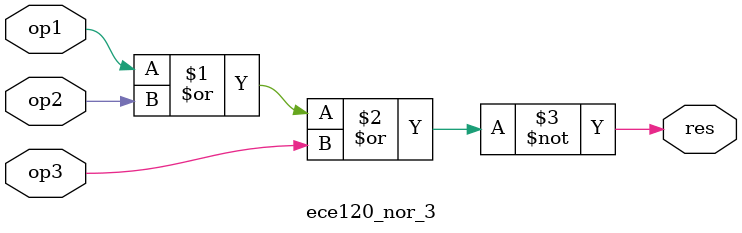
<source format=sv>
module ece120_nor_3(
    input logic op1, op2, op3,
    output logic res
    );
    assign res = ~(op1 | op2 | op3);
endmodule
</source>
